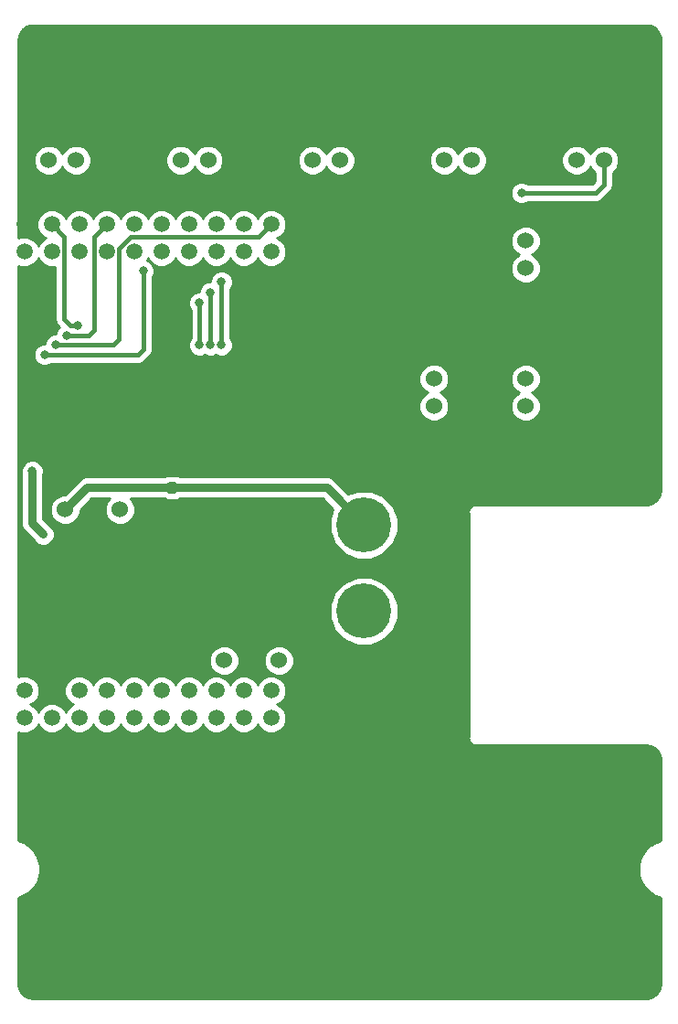
<source format=gbr>
G04 #@! TF.GenerationSoftware,KiCad,Pcbnew,(5.0.0)*
G04 #@! TF.CreationDate,2018-12-16T13:09:34-06:00*
G04 #@! TF.ProjectId,ShimbleBoard_Hardware,5368696D626C65426F6172645F486172,rev?*
G04 #@! TF.SameCoordinates,Original*
G04 #@! TF.FileFunction,Copper,L2,Bot,Signal*
G04 #@! TF.FilePolarity,Positive*
%FSLAX46Y46*%
G04 Gerber Fmt 4.6, Leading zero omitted, Abs format (unit mm)*
G04 Created by KiCad (PCBNEW (5.0.0)) date 12/16/18 13:09:34*
%MOMM*%
%LPD*%
G01*
G04 APERTURE LIST*
G04 #@! TA.AperFunction,ComponentPad*
%ADD10C,1.524000*%
G04 #@! TD*
G04 #@! TA.AperFunction,ComponentPad*
%ADD11C,5.080000*%
G04 #@! TD*
G04 #@! TA.AperFunction,ComponentPad*
%ADD12C,1.520000*%
G04 #@! TD*
G04 #@! TA.AperFunction,Conductor*
%ADD13C,0.100000*%
G04 #@! TD*
G04 #@! TA.AperFunction,SMDPad,CuDef*
%ADD14C,0.950000*%
G04 #@! TD*
G04 #@! TA.AperFunction,ViaPad*
%ADD15C,0.800000*%
G04 #@! TD*
G04 #@! TA.AperFunction,Conductor*
%ADD16C,0.381000*%
G04 #@! TD*
G04 #@! TA.AperFunction,Conductor*
%ADD17C,0.762000*%
G04 #@! TD*
G04 #@! TA.AperFunction,Conductor*
%ADD18C,0.254000*%
G04 #@! TD*
G04 APERTURE END LIST*
D10*
G04 #@! TO.P,Conn6,1*
G04 #@! TO.N,+5VA*
X145415000Y-75073001D03*
G04 #@! TO.P,Conn6,2*
G04 #@! TO.N,Servo_5_Ctrl*
X147955000Y-75073001D03*
G04 #@! TO.P,Conn6,3*
G04 #@! TO.N,GND*
X150495000Y-75073001D03*
G04 #@! TD*
G04 #@! TO.P,Conn2,1*
G04 #@! TO.N,+5VA*
X96510001Y-75073001D03*
G04 #@! TO.P,Conn2,2*
G04 #@! TO.N,Servo_1_Ctrl*
X99050001Y-75073001D03*
G04 #@! TO.P,Conn2,3*
G04 #@! TO.N,GND*
X101590001Y-75073001D03*
G04 #@! TD*
G04 #@! TO.P,Conn3,1*
G04 #@! TO.N,+5VA*
X108736250Y-75073001D03*
G04 #@! TO.P,Conn3,2*
G04 #@! TO.N,Servo_2_Ctrl*
X111276250Y-75073001D03*
G04 #@! TO.P,Conn3,3*
G04 #@! TO.N,GND*
X113816250Y-75073001D03*
G04 #@! TD*
G04 #@! TO.P,Conn4,1*
G04 #@! TO.N,+5VA*
X120962499Y-75073001D03*
G04 #@! TO.P,Conn4,2*
G04 #@! TO.N,Servo_3_Ctrl*
X123502499Y-75073001D03*
G04 #@! TO.P,Conn4,3*
G04 #@! TO.N,GND*
X126042499Y-75073001D03*
G04 #@! TD*
G04 #@! TO.P,Conn5,1*
G04 #@! TO.N,+5VA*
X133188748Y-75073001D03*
G04 #@! TO.P,Conn5,2*
G04 #@! TO.N,Servo_4_Ctrl*
X135728748Y-75073001D03*
G04 #@! TO.P,Conn5,3*
G04 #@! TO.N,GND*
X138268748Y-75073001D03*
G04 #@! TD*
G04 #@! TO.P,Conn7,1*
G04 #@! TO.N,+5VA*
X140705043Y-82550000D03*
G04 #@! TO.P,Conn7,2*
G04 #@! TO.N,Servo_6_Ctrl*
X140705043Y-85090000D03*
G04 #@! TO.P,Conn7,3*
G04 #@! TO.N,GND*
X140705043Y-87630000D03*
G04 #@! TD*
G04 #@! TO.P,Conn8,1*
G04 #@! TO.N,+5VA*
X140705043Y-95334522D03*
G04 #@! TO.P,Conn8,2*
G04 #@! TO.N,Servo_7_Ctrl*
X140705043Y-97874522D03*
G04 #@! TO.P,Conn8,3*
G04 #@! TO.N,GND*
X140705043Y-100414522D03*
G04 #@! TD*
D11*
G04 #@! TO.P,Conn1,1*
G04 #@! TO.N,GND*
X125704600Y-124840000D03*
G04 #@! TO.P,Conn1,2*
G04 #@! TO.N,V+Log*
X125704600Y-116839000D03*
G04 #@! TO.P,Conn1,3*
G04 #@! TO.N,V+Act*
X125704600Y-108840000D03*
G04 #@! TD*
D10*
G04 #@! TO.P,U2,3*
G04 #@! TO.N,+5VA*
X103124000Y-107442000D03*
G04 #@! TO.P,U2,2*
G04 #@! TO.N,GND*
X100584000Y-107442000D03*
G04 #@! TO.P,U2,1*
G04 #@! TO.N,V+Act*
X98044000Y-107442000D03*
G04 #@! TD*
D12*
G04 #@! TO.P,U1,PP5*
G04 #@! TO.N,Net-(U1-PadPP5)*
X99339001Y-81025001D03*
G04 #@! TO.P,U1,PM7*
G04 #@! TO.N,Servo_1_Ctrl*
X96799001Y-81025001D03*
G04 #@! TO.P,U1,GND*
G04 #@! TO.N,GND*
X94259001Y-81025001D03*
G04 #@! TO.P,U1,PK7*
G04 #@! TO.N,Net-(U1-PadPK7)*
X117119001Y-83565001D03*
G04 #@! TO.P,U1,PK6*
G04 #@! TO.N,Net-(U1-PadPK6)*
X114579001Y-83565001D03*
G04 #@! TO.P,U1,PH1*
G04 #@! TO.N,Net-(U1-PadPH1)*
X112039001Y-83565001D03*
G04 #@! TO.P,U1,PH0*
G04 #@! TO.N,Net-(U1-PadPH0)*
X109499001Y-83565001D03*
G04 #@! TO.P,U1,PM2*
G04 #@! TO.N,Net-(U1-PadPM2)*
X106959001Y-83565001D03*
G04 #@! TO.P,U1,PM1*
G04 #@! TO.N,Servo_4_Ctrl*
X104419001Y-83565001D03*
G04 #@! TO.P,U1,PM0*
G04 #@! TO.N,Servo_5_Ctrl*
X101879001Y-83565001D03*
G04 #@! TO.P,U1,PK5*
G04 #@! TO.N,Servo_6_Ctrl*
X99339001Y-83565001D03*
G04 #@! TO.P,U1,PK4*
G04 #@! TO.N,Servo_7_Ctrl*
X96799001Y-83565001D03*
G04 #@! TO.P,U1,PG1*
G04 #@! TO.N,Servo_8_Ctrl*
X94259001Y-83565001D03*
G04 #@! TO.P,U1,PN4*
G04 #@! TO.N,Net-(U1-PadPN4)*
X117119001Y-126745001D03*
G04 #@! TO.P,U1,PP4*
G04 #@! TO.N,Net-(U1-PadPP4)*
X112039001Y-126745001D03*
G04 #@! TO.P,U1,PD5*
G04 #@! TO.N,Net-(U1-PadPD5)*
X106959001Y-126745001D03*
G04 #@! TO.P,U1,PD4*
G04 #@! TO.N,Net-(U1-PadPD4)*
X104419001Y-126745001D03*
G04 #@! TO.P,U1,PP1*
G04 #@! TO.N,Net-(U1-PadPP1)*
X101879001Y-126745001D03*
G04 #@! TO.P,U1,PP0*
G04 #@! TO.N,Net-(U1-PadPP0)*
X99339001Y-126745001D03*
G04 #@! TO.P,U1,PD2*
G04 #@! TO.N,Net-(U1-PadPD2)*
X96799001Y-126745001D03*
G04 #@! TO.P,U1,PA5*
G04 #@! TO.N,Net-(U1-PadPA5)*
X117119001Y-124205001D03*
G04 #@! TO.P,U1,PK3*
G04 #@! TO.N,Net-(U1-PadPK3)*
X112039001Y-124205001D03*
G04 #@! TO.P,U1,PB5*
G04 #@! TO.N,Net-(U1-PadPB5)*
X101879001Y-124205001D03*
G04 #@! TO.P,U1,PB4*
G04 #@! TO.N,Net-(U1-PadPB4)*
X99339001Y-124205001D03*
G04 #@! TO.P,U1,GND*
G04 #@! TO.N,GND*
X96799001Y-124205001D03*
G04 #@! TO.P,U1,+5V*
G04 #@! TO.N,+5VL*
X94259001Y-124205001D03*
G04 #@! TO.P,U1,PK1*
G04 #@! TO.N,Net-(U1-PadPK1)*
X106959001Y-124205001D03*
G04 #@! TO.P,U1,PK2*
G04 #@! TO.N,Net-(U1-PadPK2)*
X109499001Y-124205001D03*
G04 #@! TO.P,U1,PN5*
G04 #@! TO.N,Net-(U1-PadPN5)*
X114579001Y-126745001D03*
G04 #@! TO.P,U1,PA7*
G04 #@! TO.N,Servo_2_Ctrl*
X101879001Y-81025001D03*
G04 #@! TO.P,U1,Rese*
G04 #@! TO.N,Net-(U1-PadRese)*
X104419001Y-81025001D03*
G04 #@! TO.P,U1,PA4*
G04 #@! TO.N,Net-(U1-PadPA4)*
X114579001Y-124205001D03*
G04 #@! TO.P,U1,PQ0*
G04 #@! TO.N,Net-(U1-PadPQ0)*
X109499001Y-126745001D03*
G04 #@! TO.P,U1,PP3*
G04 #@! TO.N,Net-(U1-PadPP3)*
X112039001Y-81025001D03*
G04 #@! TO.P,U1,PQ3*
G04 #@! TO.N,Net-(U1-PadPQ3)*
X109499001Y-81025001D03*
G04 #@! TO.P,U1,PK0*
G04 #@! TO.N,Net-(U1-PadPK0)*
X104419001Y-124205001D03*
G04 #@! TO.P,U1,PQ2*
G04 #@! TO.N,Net-(U1-PadPQ2)*
X106959001Y-81025001D03*
G04 #@! TO.P,U1,PQ1*
G04 #@! TO.N,Net-(U1-PadPQ1)*
X114579001Y-81025001D03*
G04 #@! TO.P,U1,PM6*
G04 #@! TO.N,Servo_3_Ctrl*
X117119001Y-81025001D03*
G04 #@! TO.P,U1,+3V3*
G04 #@! TO.N,Net-(U1-Pad+3V3)*
X94259001Y-126745001D03*
G04 #@! TD*
D13*
G04 #@! TO.N,V+Act*
G04 #@! TO.C,C2*
G36*
X108210779Y-104886144D02*
X108233834Y-104889563D01*
X108256443Y-104895227D01*
X108278387Y-104903079D01*
X108299457Y-104913044D01*
X108319448Y-104925026D01*
X108338168Y-104938910D01*
X108355438Y-104954562D01*
X108371090Y-104971832D01*
X108384974Y-104990552D01*
X108396956Y-105010543D01*
X108406921Y-105031613D01*
X108414773Y-105053557D01*
X108420437Y-105076166D01*
X108423856Y-105099221D01*
X108425000Y-105122500D01*
X108425000Y-105697500D01*
X108423856Y-105720779D01*
X108420437Y-105743834D01*
X108414773Y-105766443D01*
X108406921Y-105788387D01*
X108396956Y-105809457D01*
X108384974Y-105829448D01*
X108371090Y-105848168D01*
X108355438Y-105865438D01*
X108338168Y-105881090D01*
X108319448Y-105894974D01*
X108299457Y-105906956D01*
X108278387Y-105916921D01*
X108256443Y-105924773D01*
X108233834Y-105930437D01*
X108210779Y-105933856D01*
X108187500Y-105935000D01*
X107712500Y-105935000D01*
X107689221Y-105933856D01*
X107666166Y-105930437D01*
X107643557Y-105924773D01*
X107621613Y-105916921D01*
X107600543Y-105906956D01*
X107580552Y-105894974D01*
X107561832Y-105881090D01*
X107544562Y-105865438D01*
X107528910Y-105848168D01*
X107515026Y-105829448D01*
X107503044Y-105809457D01*
X107493079Y-105788387D01*
X107485227Y-105766443D01*
X107479563Y-105743834D01*
X107476144Y-105720779D01*
X107475000Y-105697500D01*
X107475000Y-105122500D01*
X107476144Y-105099221D01*
X107479563Y-105076166D01*
X107485227Y-105053557D01*
X107493079Y-105031613D01*
X107503044Y-105010543D01*
X107515026Y-104990552D01*
X107528910Y-104971832D01*
X107544562Y-104954562D01*
X107561832Y-104938910D01*
X107580552Y-104925026D01*
X107600543Y-104913044D01*
X107621613Y-104903079D01*
X107643557Y-104895227D01*
X107666166Y-104889563D01*
X107689221Y-104886144D01*
X107712500Y-104885000D01*
X108187500Y-104885000D01*
X108210779Y-104886144D01*
X108210779Y-104886144D01*
G37*
D14*
G04 #@! TD*
G04 #@! TO.P,C2,2*
G04 #@! TO.N,V+Act*
X107950000Y-105410000D03*
D13*
G04 #@! TO.N,GND*
G04 #@! TO.C,C2*
G36*
X108210779Y-106636144D02*
X108233834Y-106639563D01*
X108256443Y-106645227D01*
X108278387Y-106653079D01*
X108299457Y-106663044D01*
X108319448Y-106675026D01*
X108338168Y-106688910D01*
X108355438Y-106704562D01*
X108371090Y-106721832D01*
X108384974Y-106740552D01*
X108396956Y-106760543D01*
X108406921Y-106781613D01*
X108414773Y-106803557D01*
X108420437Y-106826166D01*
X108423856Y-106849221D01*
X108425000Y-106872500D01*
X108425000Y-107447500D01*
X108423856Y-107470779D01*
X108420437Y-107493834D01*
X108414773Y-107516443D01*
X108406921Y-107538387D01*
X108396956Y-107559457D01*
X108384974Y-107579448D01*
X108371090Y-107598168D01*
X108355438Y-107615438D01*
X108338168Y-107631090D01*
X108319448Y-107644974D01*
X108299457Y-107656956D01*
X108278387Y-107666921D01*
X108256443Y-107674773D01*
X108233834Y-107680437D01*
X108210779Y-107683856D01*
X108187500Y-107685000D01*
X107712500Y-107685000D01*
X107689221Y-107683856D01*
X107666166Y-107680437D01*
X107643557Y-107674773D01*
X107621613Y-107666921D01*
X107600543Y-107656956D01*
X107580552Y-107644974D01*
X107561832Y-107631090D01*
X107544562Y-107615438D01*
X107528910Y-107598168D01*
X107515026Y-107579448D01*
X107503044Y-107559457D01*
X107493079Y-107538387D01*
X107485227Y-107516443D01*
X107479563Y-107493834D01*
X107476144Y-107470779D01*
X107475000Y-107447500D01*
X107475000Y-106872500D01*
X107476144Y-106849221D01*
X107479563Y-106826166D01*
X107485227Y-106803557D01*
X107493079Y-106781613D01*
X107503044Y-106760543D01*
X107515026Y-106740552D01*
X107528910Y-106721832D01*
X107544562Y-106704562D01*
X107561832Y-106688910D01*
X107580552Y-106675026D01*
X107600543Y-106663044D01*
X107621613Y-106653079D01*
X107643557Y-106645227D01*
X107666166Y-106639563D01*
X107689221Y-106636144D01*
X107712500Y-106635000D01*
X108187500Y-106635000D01*
X108210779Y-106636144D01*
X108210779Y-106636144D01*
G37*
D14*
G04 #@! TD*
G04 #@! TO.P,C2,1*
G04 #@! TO.N,GND*
X107950000Y-107160000D03*
D10*
G04 #@! TO.P,Conn9,3*
G04 #@! TO.N,GND*
X132207000Y-100393500D03*
G04 #@! TO.P,Conn9,2*
G04 #@! TO.N,Servo_8_Ctrl*
X132207000Y-97853500D03*
G04 #@! TO.P,Conn9,1*
G04 #@! TO.N,+5VA*
X132207000Y-95313500D03*
G04 #@! TD*
G04 #@! TO.P,U3,1*
G04 #@! TO.N,V+Log*
X117856000Y-121412000D03*
G04 #@! TO.P,U3,2*
G04 #@! TO.N,GND*
X115316000Y-121412000D03*
G04 #@! TO.P,U3,3*
G04 #@! TO.N,+5VL*
X112776000Y-121412000D03*
G04 #@! TD*
D15*
G04 #@! TO.N,GND*
X107809000Y-94742000D03*
X107809000Y-97663000D03*
X107809000Y-100584000D03*
X109347000Y-103505000D03*
X111125000Y-103505000D03*
X121130000Y-94742000D03*
X121130000Y-97663000D03*
X121130000Y-100584000D03*
X116586000Y-103505000D03*
X118364000Y-103505000D03*
X114808000Y-103505000D03*
X110490000Y-118618000D03*
X108966000Y-121920000D03*
X108966000Y-109982000D03*
X112903000Y-103505000D03*
G04 #@! TO.N,Servo_1_Ctrl*
X99187000Y-90424000D03*
G04 #@! TO.N,Servo_2_Ctrl*
X98171000Y-91313000D03*
G04 #@! TO.N,Servo_3_Ctrl*
X97155000Y-92202000D03*
G04 #@! TO.N,Servo_4_Ctrl*
X105283000Y-85344000D03*
X96139000Y-93091000D03*
G04 #@! TO.N,Servo_5_Ctrl*
X112522000Y-92202000D03*
X112522000Y-86328250D03*
X140335000Y-78105000D03*
G04 #@! TO.N,Servo_6_Ctrl*
X111506000Y-92202000D03*
X111506000Y-87312500D03*
G04 #@! TO.N,Servo_7_Ctrl*
X110490000Y-92202000D03*
X110490000Y-88296750D03*
G04 #@! TO.N,+5VA*
X96012000Y-109728000D03*
X94996000Y-103886000D03*
G04 #@! TD*
D16*
G04 #@! TO.N,Servo_1_Ctrl*
X98552000Y-90424000D02*
X99187000Y-90424000D01*
X97949502Y-89821502D02*
X98552000Y-90424000D01*
X96799001Y-81025001D02*
X97949502Y-82175502D01*
X97949502Y-82175502D02*
X97949502Y-89821502D01*
G04 #@! TO.N,Servo_2_Ctrl*
X101119002Y-81785000D02*
X101879001Y-81025001D01*
X100728500Y-82175502D02*
X101119002Y-81785000D01*
X100728500Y-90787500D02*
X100728500Y-82175502D01*
X98171000Y-91313000D02*
X100203000Y-91313000D01*
X100203000Y-91313000D02*
X100728500Y-90787500D01*
G04 #@! TO.N,Servo_3_Ctrl*
X116359002Y-81785000D02*
X117119001Y-81025001D01*
X102489000Y-92202000D02*
X103029502Y-91661498D01*
X103029502Y-91661498D02*
X103029502Y-83251758D01*
X103029502Y-83251758D02*
X104105758Y-82175502D01*
X104105758Y-82175502D02*
X115968500Y-82175502D01*
X115968500Y-82175502D02*
X116359002Y-81785000D01*
X97155000Y-92202000D02*
X102489000Y-92202000D01*
G04 #@! TO.N,Servo_4_Ctrl*
X105283000Y-92202000D02*
X105283000Y-85344000D01*
X105283000Y-92583000D02*
X105283000Y-92202000D01*
X96139000Y-93091000D02*
X104775000Y-93091000D01*
X104775000Y-93091000D02*
X105283000Y-92583000D01*
G04 #@! TO.N,Servo_5_Ctrl*
X112522000Y-92202000D02*
X112522000Y-86328250D01*
X147955000Y-76150631D02*
X147955000Y-75073001D01*
X147955000Y-77343000D02*
X147955000Y-76150631D01*
X140335000Y-78105000D02*
X147193000Y-78105000D01*
X147193000Y-78105000D02*
X147955000Y-77343000D01*
G04 #@! TO.N,Servo_6_Ctrl*
X111506000Y-92202000D02*
X111506000Y-87312500D01*
G04 #@! TO.N,Servo_7_Ctrl*
X110490000Y-92202000D02*
X110490000Y-88296750D01*
D17*
G04 #@! TO.N,V+Act*
X125704600Y-108840000D02*
X122274600Y-105410000D01*
X100076000Y-105410000D02*
X98044000Y-107442000D01*
X122274600Y-105410000D02*
X100076000Y-105410000D01*
G04 #@! TO.N,+5VA*
X96012000Y-109728000D02*
X94996000Y-108712000D01*
X94996000Y-108712000D02*
X94996000Y-103886000D01*
G04 #@! TD*
D18*
G04 #@! TO.N,GND*
G36*
X152253922Y-62643331D02*
X152586746Y-62794657D01*
X152863720Y-63033313D01*
X153062580Y-63340116D01*
X153174618Y-63714748D01*
X153189000Y-63908274D01*
X153189001Y-105611627D01*
X153129669Y-106025922D01*
X152978343Y-106358746D01*
X152739687Y-106635720D01*
X152432885Y-106834579D01*
X152058252Y-106946618D01*
X151864726Y-106961000D01*
X136216388Y-106961000D01*
X136144000Y-106946601D01*
X136071612Y-106961000D01*
X135857217Y-107003646D01*
X135614095Y-107166095D01*
X135451646Y-107409217D01*
X135394601Y-107696000D01*
X135409000Y-107768388D01*
X135409001Y-128451607D01*
X135394601Y-128524000D01*
X135451646Y-128810783D01*
X135614095Y-129053905D01*
X135857217Y-129216354D01*
X136071612Y-129259000D01*
X136144000Y-129273399D01*
X136216388Y-129259000D01*
X151839634Y-129259000D01*
X152253922Y-129318331D01*
X152586746Y-129469657D01*
X152863720Y-129708313D01*
X153062580Y-130015116D01*
X153174618Y-130389748D01*
X153189001Y-130583288D01*
X153189000Y-138055046D01*
X153121443Y-138075700D01*
X153025685Y-138103702D01*
X153017534Y-138107468D01*
X152496019Y-138352318D01*
X152412606Y-138407110D01*
X152328608Y-138460829D01*
X152321841Y-138466731D01*
X151890009Y-138848113D01*
X151825341Y-138924097D01*
X151759781Y-138999250D01*
X151754947Y-139006810D01*
X151754944Y-139006813D01*
X151754944Y-139006814D01*
X151447511Y-139494067D01*
X151406784Y-139585114D01*
X151364938Y-139675677D01*
X151362417Y-139684296D01*
X151204096Y-140238249D01*
X151190558Y-140337083D01*
X151175814Y-140435737D01*
X151175814Y-140444717D01*
X151179334Y-141020840D01*
X151194076Y-141119483D01*
X151207616Y-141218326D01*
X151210136Y-141226944D01*
X151375212Y-141778922D01*
X151417071Y-141869513D01*
X151457787Y-141960534D01*
X151462624Y-141968099D01*
X151775987Y-142451558D01*
X151841558Y-142526723D01*
X151906214Y-142602694D01*
X151912977Y-142608593D01*
X151912981Y-142608597D01*
X151912986Y-142608600D01*
X152349440Y-142984673D01*
X152433465Y-143038410D01*
X152516851Y-143093184D01*
X152525002Y-143096950D01*
X153049469Y-143335411D01*
X153145237Y-143363416D01*
X153189001Y-143376796D01*
X153189000Y-151331634D01*
X153129669Y-151745922D01*
X152978343Y-152078746D01*
X152739687Y-152355720D01*
X152432885Y-152554579D01*
X152058252Y-152666618D01*
X151864726Y-152681000D01*
X95048366Y-152681000D01*
X94634078Y-152621669D01*
X94301254Y-152470343D01*
X94024280Y-152231687D01*
X93825421Y-151924885D01*
X93713382Y-151550252D01*
X93699000Y-151356726D01*
X93699000Y-143376954D01*
X93766569Y-143356296D01*
X93862314Y-143328298D01*
X93870466Y-143324532D01*
X94391980Y-143079682D01*
X94475357Y-143024914D01*
X94559392Y-142971171D01*
X94566159Y-142965268D01*
X94997991Y-142583887D01*
X95062642Y-142507922D01*
X95128219Y-142432750D01*
X95133053Y-142425190D01*
X95133056Y-142425187D01*
X95133058Y-142425184D01*
X95440489Y-141937933D01*
X95481216Y-141846886D01*
X95523062Y-141756323D01*
X95525583Y-141747704D01*
X95683904Y-141193752D01*
X95697443Y-141094911D01*
X95712186Y-140996263D01*
X95712186Y-140987284D01*
X95708666Y-140411160D01*
X95693924Y-140312523D01*
X95680384Y-140213674D01*
X95677864Y-140205055D01*
X95512788Y-139653078D01*
X95470937Y-139562505D01*
X95430213Y-139471466D01*
X95425376Y-139463901D01*
X95112013Y-138980442D01*
X95046442Y-138905277D01*
X94981786Y-138829306D01*
X94975023Y-138823407D01*
X94975019Y-138823403D01*
X94975014Y-138823400D01*
X94538560Y-138447327D01*
X94454535Y-138393590D01*
X94371149Y-138338816D01*
X94362998Y-138335050D01*
X93838531Y-138096589D01*
X93742774Y-138068587D01*
X93699000Y-138055205D01*
X93699000Y-128022978D01*
X93981518Y-128140001D01*
X94536484Y-128140001D01*
X95049205Y-127927625D01*
X95441625Y-127535205D01*
X95529001Y-127324261D01*
X95616377Y-127535205D01*
X96008797Y-127927625D01*
X96521518Y-128140001D01*
X97076484Y-128140001D01*
X97589205Y-127927625D01*
X97981625Y-127535205D01*
X98069001Y-127324261D01*
X98156377Y-127535205D01*
X98548797Y-127927625D01*
X99061518Y-128140001D01*
X99616484Y-128140001D01*
X100129205Y-127927625D01*
X100521625Y-127535205D01*
X100609001Y-127324261D01*
X100696377Y-127535205D01*
X101088797Y-127927625D01*
X101601518Y-128140001D01*
X102156484Y-128140001D01*
X102669205Y-127927625D01*
X103061625Y-127535205D01*
X103149001Y-127324261D01*
X103236377Y-127535205D01*
X103628797Y-127927625D01*
X104141518Y-128140001D01*
X104696484Y-128140001D01*
X105209205Y-127927625D01*
X105601625Y-127535205D01*
X105689001Y-127324261D01*
X105776377Y-127535205D01*
X106168797Y-127927625D01*
X106681518Y-128140001D01*
X107236484Y-128140001D01*
X107749205Y-127927625D01*
X108141625Y-127535205D01*
X108229001Y-127324261D01*
X108316377Y-127535205D01*
X108708797Y-127927625D01*
X109221518Y-128140001D01*
X109776484Y-128140001D01*
X110289205Y-127927625D01*
X110681625Y-127535205D01*
X110769001Y-127324261D01*
X110856377Y-127535205D01*
X111248797Y-127927625D01*
X111761518Y-128140001D01*
X112316484Y-128140001D01*
X112829205Y-127927625D01*
X113221625Y-127535205D01*
X113309001Y-127324261D01*
X113396377Y-127535205D01*
X113788797Y-127927625D01*
X114301518Y-128140001D01*
X114856484Y-128140001D01*
X115369205Y-127927625D01*
X115761625Y-127535205D01*
X115849001Y-127324261D01*
X115936377Y-127535205D01*
X116328797Y-127927625D01*
X116841518Y-128140001D01*
X117396484Y-128140001D01*
X117909205Y-127927625D01*
X118301625Y-127535205D01*
X118514001Y-127022484D01*
X118514001Y-126467518D01*
X118301625Y-125954797D01*
X117909205Y-125562377D01*
X117698261Y-125475001D01*
X117909205Y-125387625D01*
X118301625Y-124995205D01*
X118514001Y-124482484D01*
X118514001Y-123927518D01*
X118301625Y-123414797D01*
X117909205Y-123022377D01*
X117396484Y-122810001D01*
X116841518Y-122810001D01*
X116328797Y-123022377D01*
X115936377Y-123414797D01*
X115849001Y-123625741D01*
X115761625Y-123414797D01*
X115369205Y-123022377D01*
X114856484Y-122810001D01*
X114301518Y-122810001D01*
X113788797Y-123022377D01*
X113396377Y-123414797D01*
X113309001Y-123625741D01*
X113221625Y-123414797D01*
X112829205Y-123022377D01*
X112316484Y-122810001D01*
X111761518Y-122810001D01*
X111248797Y-123022377D01*
X110856377Y-123414797D01*
X110769001Y-123625741D01*
X110681625Y-123414797D01*
X110289205Y-123022377D01*
X109776484Y-122810001D01*
X109221518Y-122810001D01*
X108708797Y-123022377D01*
X108316377Y-123414797D01*
X108229001Y-123625741D01*
X108141625Y-123414797D01*
X107749205Y-123022377D01*
X107236484Y-122810001D01*
X106681518Y-122810001D01*
X106168797Y-123022377D01*
X105776377Y-123414797D01*
X105689001Y-123625741D01*
X105601625Y-123414797D01*
X105209205Y-123022377D01*
X104696484Y-122810001D01*
X104141518Y-122810001D01*
X103628797Y-123022377D01*
X103236377Y-123414797D01*
X103149001Y-123625741D01*
X103061625Y-123414797D01*
X102669205Y-123022377D01*
X102156484Y-122810001D01*
X101601518Y-122810001D01*
X101088797Y-123022377D01*
X100696377Y-123414797D01*
X100609001Y-123625741D01*
X100521625Y-123414797D01*
X100129205Y-123022377D01*
X99616484Y-122810001D01*
X99061518Y-122810001D01*
X98548797Y-123022377D01*
X98156377Y-123414797D01*
X97944001Y-123927518D01*
X97944001Y-124482484D01*
X98156377Y-124995205D01*
X98548797Y-125387625D01*
X98759741Y-125475001D01*
X98548797Y-125562377D01*
X98156377Y-125954797D01*
X98069001Y-126165741D01*
X97981625Y-125954797D01*
X97589205Y-125562377D01*
X97076484Y-125350001D01*
X96521518Y-125350001D01*
X96008797Y-125562377D01*
X95616377Y-125954797D01*
X95529001Y-126165741D01*
X95441625Y-125954797D01*
X95049205Y-125562377D01*
X94838261Y-125475001D01*
X95049205Y-125387625D01*
X95441625Y-124995205D01*
X95654001Y-124482484D01*
X95654001Y-123927518D01*
X95441625Y-123414797D01*
X95049205Y-123022377D01*
X94536484Y-122810001D01*
X93981518Y-122810001D01*
X93699000Y-122927024D01*
X93699000Y-121134119D01*
X111379000Y-121134119D01*
X111379000Y-121689881D01*
X111591680Y-122203337D01*
X111984663Y-122596320D01*
X112498119Y-122809000D01*
X113053881Y-122809000D01*
X113567337Y-122596320D01*
X113960320Y-122203337D01*
X114173000Y-121689881D01*
X114173000Y-121134119D01*
X116459000Y-121134119D01*
X116459000Y-121689881D01*
X116671680Y-122203337D01*
X117064663Y-122596320D01*
X117578119Y-122809000D01*
X118133881Y-122809000D01*
X118647337Y-122596320D01*
X119040320Y-122203337D01*
X119253000Y-121689881D01*
X119253000Y-121134119D01*
X119040320Y-120620663D01*
X118647337Y-120227680D01*
X118133881Y-120015000D01*
X117578119Y-120015000D01*
X117064663Y-120227680D01*
X116671680Y-120620663D01*
X116459000Y-121134119D01*
X114173000Y-121134119D01*
X113960320Y-120620663D01*
X113567337Y-120227680D01*
X113053881Y-120015000D01*
X112498119Y-120015000D01*
X111984663Y-120227680D01*
X111591680Y-120620663D01*
X111379000Y-121134119D01*
X93699000Y-121134119D01*
X93699000Y-116207453D01*
X122529600Y-116207453D01*
X122529600Y-117470547D01*
X123012965Y-118637493D01*
X123906107Y-119530635D01*
X125073053Y-120014000D01*
X126336147Y-120014000D01*
X127503093Y-119530635D01*
X128396235Y-118637493D01*
X128879600Y-117470547D01*
X128879600Y-116207453D01*
X128396235Y-115040507D01*
X127503093Y-114147365D01*
X126336147Y-113664000D01*
X125073053Y-113664000D01*
X123906107Y-114147365D01*
X123012965Y-115040507D01*
X122529600Y-116207453D01*
X93699000Y-116207453D01*
X93699000Y-108712000D01*
X93960096Y-108712000D01*
X93980000Y-108812063D01*
X93980000Y-108812064D01*
X94038949Y-109108422D01*
X94263505Y-109444495D01*
X94348339Y-109501179D01*
X95115569Y-110268410D01*
X95134569Y-110314280D01*
X95425720Y-110605431D01*
X95611724Y-110682476D01*
X95615576Y-110685050D01*
X95620120Y-110685954D01*
X95806126Y-110763000D01*
X96007455Y-110763000D01*
X96012000Y-110763904D01*
X96016545Y-110763000D01*
X96217874Y-110763000D01*
X96403881Y-110685953D01*
X96408423Y-110685050D01*
X96412273Y-110682477D01*
X96598280Y-110605431D01*
X96740646Y-110463065D01*
X96744494Y-110460494D01*
X96747065Y-110456646D01*
X96889431Y-110314280D01*
X96966477Y-110128273D01*
X96969050Y-110124423D01*
X96969953Y-110119881D01*
X97047000Y-109933874D01*
X97047000Y-109732545D01*
X97047904Y-109728000D01*
X97047000Y-109723455D01*
X97047000Y-109522126D01*
X96969954Y-109336120D01*
X96969050Y-109331576D01*
X96966476Y-109327724D01*
X96889431Y-109141720D01*
X96598280Y-108850569D01*
X96552410Y-108831569D01*
X96012000Y-108291160D01*
X96012000Y-107164119D01*
X96647000Y-107164119D01*
X96647000Y-107719881D01*
X96859680Y-108233337D01*
X97252663Y-108626320D01*
X97766119Y-108839000D01*
X98321881Y-108839000D01*
X98835337Y-108626320D01*
X99228320Y-108233337D01*
X99441000Y-107719881D01*
X99441000Y-107481840D01*
X100496841Y-106426000D01*
X102164343Y-106426000D01*
X101939680Y-106650663D01*
X101727000Y-107164119D01*
X101727000Y-107719881D01*
X101939680Y-108233337D01*
X102332663Y-108626320D01*
X102846119Y-108839000D01*
X103401881Y-108839000D01*
X103915337Y-108626320D01*
X104308320Y-108233337D01*
X104521000Y-107719881D01*
X104521000Y-107164119D01*
X104308320Y-106650663D01*
X104083657Y-106426000D01*
X107240534Y-106426000D01*
X107373848Y-106515078D01*
X107712500Y-106582440D01*
X108187500Y-106582440D01*
X108526152Y-106515078D01*
X108659466Y-106426000D01*
X121853760Y-106426000D01*
X122853719Y-107425960D01*
X122529600Y-108208453D01*
X122529600Y-109471547D01*
X123012965Y-110638493D01*
X123906107Y-111531635D01*
X125073053Y-112015000D01*
X126336147Y-112015000D01*
X127503093Y-111531635D01*
X128396235Y-110638493D01*
X128879600Y-109471547D01*
X128879600Y-108208453D01*
X128396235Y-107041507D01*
X127503093Y-106148365D01*
X126336147Y-105665000D01*
X125073053Y-105665000D01*
X124290560Y-105989119D01*
X123063780Y-104762340D01*
X123007095Y-104677505D01*
X122671023Y-104452949D01*
X122374665Y-104394000D01*
X122374663Y-104394000D01*
X122274600Y-104374096D01*
X122174537Y-104394000D01*
X108659466Y-104394000D01*
X108526152Y-104304922D01*
X108187500Y-104237560D01*
X107712500Y-104237560D01*
X107373848Y-104304922D01*
X107240534Y-104394000D01*
X100176063Y-104394000D01*
X100076000Y-104374096D01*
X99975936Y-104394000D01*
X99975935Y-104394000D01*
X99679577Y-104452949D01*
X99343505Y-104677505D01*
X99286822Y-104762337D01*
X98004160Y-106045000D01*
X97766119Y-106045000D01*
X97252663Y-106257680D01*
X96859680Y-106650663D01*
X96647000Y-107164119D01*
X96012000Y-107164119D01*
X96012000Y-104137744D01*
X96031000Y-104091874D01*
X96031000Y-103680126D01*
X95953955Y-103494123D01*
X95953051Y-103489577D01*
X95950476Y-103485723D01*
X95873431Y-103299720D01*
X95731070Y-103157359D01*
X95728495Y-103153505D01*
X95724641Y-103150930D01*
X95582280Y-103008569D01*
X95396277Y-102931524D01*
X95392423Y-102928949D01*
X95387877Y-102928045D01*
X95201874Y-102851000D01*
X95000545Y-102851000D01*
X94996000Y-102850096D01*
X94991455Y-102851000D01*
X94790126Y-102851000D01*
X94604122Y-102928045D01*
X94599578Y-102928949D01*
X94595725Y-102931523D01*
X94409720Y-103008569D01*
X94267357Y-103150932D01*
X94263506Y-103153505D01*
X94260933Y-103157356D01*
X94118569Y-103299720D01*
X94041523Y-103485727D01*
X94038950Y-103489577D01*
X94038047Y-103494119D01*
X93961000Y-103680126D01*
X93961000Y-104091874D01*
X93980001Y-104137746D01*
X93980000Y-108611936D01*
X93960096Y-108712000D01*
X93699000Y-108712000D01*
X93699000Y-95035619D01*
X130810000Y-95035619D01*
X130810000Y-95591381D01*
X131022680Y-96104837D01*
X131415663Y-96497820D01*
X131622513Y-96583500D01*
X131415663Y-96669180D01*
X131022680Y-97062163D01*
X130810000Y-97575619D01*
X130810000Y-98131381D01*
X131022680Y-98644837D01*
X131415663Y-99037820D01*
X131929119Y-99250500D01*
X132484881Y-99250500D01*
X132998337Y-99037820D01*
X133391320Y-98644837D01*
X133604000Y-98131381D01*
X133604000Y-97575619D01*
X133391320Y-97062163D01*
X132998337Y-96669180D01*
X132791487Y-96583500D01*
X132998337Y-96497820D01*
X133391320Y-96104837D01*
X133604000Y-95591381D01*
X133604000Y-95056641D01*
X139308043Y-95056641D01*
X139308043Y-95612403D01*
X139520723Y-96125859D01*
X139913706Y-96518842D01*
X140120556Y-96604522D01*
X139913706Y-96690202D01*
X139520723Y-97083185D01*
X139308043Y-97596641D01*
X139308043Y-98152403D01*
X139520723Y-98665859D01*
X139913706Y-99058842D01*
X140427162Y-99271522D01*
X140982924Y-99271522D01*
X141496380Y-99058842D01*
X141889363Y-98665859D01*
X142102043Y-98152403D01*
X142102043Y-97596641D01*
X141889363Y-97083185D01*
X141496380Y-96690202D01*
X141289530Y-96604522D01*
X141496380Y-96518842D01*
X141889363Y-96125859D01*
X142102043Y-95612403D01*
X142102043Y-95056641D01*
X141889363Y-94543185D01*
X141496380Y-94150202D01*
X140982924Y-93937522D01*
X140427162Y-93937522D01*
X139913706Y-94150202D01*
X139520723Y-94543185D01*
X139308043Y-95056641D01*
X133604000Y-95056641D01*
X133604000Y-95035619D01*
X133391320Y-94522163D01*
X132998337Y-94129180D01*
X132484881Y-93916500D01*
X131929119Y-93916500D01*
X131415663Y-94129180D01*
X131022680Y-94522163D01*
X130810000Y-95035619D01*
X93699000Y-95035619D01*
X93699000Y-84842978D01*
X93981518Y-84960001D01*
X94536484Y-84960001D01*
X95049205Y-84747625D01*
X95441625Y-84355205D01*
X95529001Y-84144261D01*
X95616377Y-84355205D01*
X96008797Y-84747625D01*
X96521518Y-84960001D01*
X97076484Y-84960001D01*
X97124002Y-84940318D01*
X97124003Y-89740196D01*
X97107830Y-89821502D01*
X97163606Y-90101905D01*
X97171899Y-90143596D01*
X97354351Y-90416654D01*
X97423277Y-90462709D01*
X97490428Y-90529861D01*
X97293569Y-90726720D01*
X97136000Y-91107126D01*
X97136000Y-91167000D01*
X96949126Y-91167000D01*
X96568720Y-91324569D01*
X96277569Y-91615720D01*
X96120000Y-91996126D01*
X96120000Y-92056000D01*
X95933126Y-92056000D01*
X95552720Y-92213569D01*
X95261569Y-92504720D01*
X95104000Y-92885126D01*
X95104000Y-93296874D01*
X95261569Y-93677280D01*
X95552720Y-93968431D01*
X95933126Y-94126000D01*
X96344874Y-94126000D01*
X96725280Y-93968431D01*
X96777211Y-93916500D01*
X104693699Y-93916500D01*
X104775000Y-93932672D01*
X104856301Y-93916500D01*
X104856303Y-93916500D01*
X105097094Y-93868604D01*
X105370152Y-93686152D01*
X105416209Y-93617224D01*
X105809226Y-93224207D01*
X105878152Y-93178152D01*
X106060604Y-92905094D01*
X106108500Y-92664303D01*
X106108500Y-92664299D01*
X106124671Y-92583001D01*
X106108500Y-92501703D01*
X106108500Y-88090876D01*
X109455000Y-88090876D01*
X109455000Y-88502624D01*
X109612569Y-88883030D01*
X109664501Y-88934962D01*
X109664500Y-91563789D01*
X109612569Y-91615720D01*
X109455000Y-91996126D01*
X109455000Y-92407874D01*
X109612569Y-92788280D01*
X109903720Y-93079431D01*
X110284126Y-93237000D01*
X110695874Y-93237000D01*
X110998000Y-93111856D01*
X111300126Y-93237000D01*
X111711874Y-93237000D01*
X112014000Y-93111856D01*
X112316126Y-93237000D01*
X112727874Y-93237000D01*
X113108280Y-93079431D01*
X113399431Y-92788280D01*
X113557000Y-92407874D01*
X113557000Y-91996126D01*
X113399431Y-91615720D01*
X113347500Y-91563789D01*
X113347500Y-86966461D01*
X113399431Y-86914530D01*
X113557000Y-86534124D01*
X113557000Y-86122376D01*
X113399431Y-85741970D01*
X113108280Y-85450819D01*
X112727874Y-85293250D01*
X112316126Y-85293250D01*
X111935720Y-85450819D01*
X111644569Y-85741970D01*
X111487000Y-86122376D01*
X111487000Y-86277500D01*
X111300126Y-86277500D01*
X110919720Y-86435069D01*
X110628569Y-86726220D01*
X110471000Y-87106626D01*
X110471000Y-87261750D01*
X110284126Y-87261750D01*
X109903720Y-87419319D01*
X109612569Y-87710470D01*
X109455000Y-88090876D01*
X106108500Y-88090876D01*
X106108500Y-85982211D01*
X106160431Y-85930280D01*
X106318000Y-85549874D01*
X106318000Y-85138126D01*
X106160431Y-84757720D01*
X105869280Y-84466569D01*
X105601273Y-84355557D01*
X105601625Y-84355205D01*
X105689001Y-84144261D01*
X105776377Y-84355205D01*
X106168797Y-84747625D01*
X106681518Y-84960001D01*
X107236484Y-84960001D01*
X107749205Y-84747625D01*
X108141625Y-84355205D01*
X108229001Y-84144261D01*
X108316377Y-84355205D01*
X108708797Y-84747625D01*
X109221518Y-84960001D01*
X109776484Y-84960001D01*
X110289205Y-84747625D01*
X110681625Y-84355205D01*
X110769001Y-84144261D01*
X110856377Y-84355205D01*
X111248797Y-84747625D01*
X111761518Y-84960001D01*
X112316484Y-84960001D01*
X112829205Y-84747625D01*
X113221625Y-84355205D01*
X113309001Y-84144261D01*
X113396377Y-84355205D01*
X113788797Y-84747625D01*
X114301518Y-84960001D01*
X114856484Y-84960001D01*
X115369205Y-84747625D01*
X115761625Y-84355205D01*
X115849001Y-84144261D01*
X115936377Y-84355205D01*
X116328797Y-84747625D01*
X116841518Y-84960001D01*
X117396484Y-84960001D01*
X117909205Y-84747625D01*
X118301625Y-84355205D01*
X118514001Y-83842484D01*
X118514001Y-83287518D01*
X118301625Y-82774797D01*
X117909205Y-82382377D01*
X117698261Y-82295001D01*
X117753502Y-82272119D01*
X139308043Y-82272119D01*
X139308043Y-82827881D01*
X139520723Y-83341337D01*
X139913706Y-83734320D01*
X140120556Y-83820000D01*
X139913706Y-83905680D01*
X139520723Y-84298663D01*
X139308043Y-84812119D01*
X139308043Y-85367881D01*
X139520723Y-85881337D01*
X139913706Y-86274320D01*
X140427162Y-86487000D01*
X140982924Y-86487000D01*
X141496380Y-86274320D01*
X141889363Y-85881337D01*
X142102043Y-85367881D01*
X142102043Y-84812119D01*
X141889363Y-84298663D01*
X141496380Y-83905680D01*
X141289530Y-83820000D01*
X141496380Y-83734320D01*
X141889363Y-83341337D01*
X142102043Y-82827881D01*
X142102043Y-82272119D01*
X141889363Y-81758663D01*
X141496380Y-81365680D01*
X140982924Y-81153000D01*
X140427162Y-81153000D01*
X139913706Y-81365680D01*
X139520723Y-81758663D01*
X139308043Y-82272119D01*
X117753502Y-82272119D01*
X117909205Y-82207625D01*
X118301625Y-81815205D01*
X118514001Y-81302484D01*
X118514001Y-80747518D01*
X118301625Y-80234797D01*
X117909205Y-79842377D01*
X117396484Y-79630001D01*
X116841518Y-79630001D01*
X116328797Y-79842377D01*
X115936377Y-80234797D01*
X115849001Y-80445741D01*
X115761625Y-80234797D01*
X115369205Y-79842377D01*
X114856484Y-79630001D01*
X114301518Y-79630001D01*
X113788797Y-79842377D01*
X113396377Y-80234797D01*
X113309001Y-80445741D01*
X113221625Y-80234797D01*
X112829205Y-79842377D01*
X112316484Y-79630001D01*
X111761518Y-79630001D01*
X111248797Y-79842377D01*
X110856377Y-80234797D01*
X110769001Y-80445741D01*
X110681625Y-80234797D01*
X110289205Y-79842377D01*
X109776484Y-79630001D01*
X109221518Y-79630001D01*
X108708797Y-79842377D01*
X108316377Y-80234797D01*
X108229001Y-80445741D01*
X108141625Y-80234797D01*
X107749205Y-79842377D01*
X107236484Y-79630001D01*
X106681518Y-79630001D01*
X106168797Y-79842377D01*
X105776377Y-80234797D01*
X105689001Y-80445741D01*
X105601625Y-80234797D01*
X105209205Y-79842377D01*
X104696484Y-79630001D01*
X104141518Y-79630001D01*
X103628797Y-79842377D01*
X103236377Y-80234797D01*
X103149001Y-80445741D01*
X103061625Y-80234797D01*
X102669205Y-79842377D01*
X102156484Y-79630001D01*
X101601518Y-79630001D01*
X101088797Y-79842377D01*
X100696377Y-80234797D01*
X100609001Y-80445741D01*
X100521625Y-80234797D01*
X100129205Y-79842377D01*
X99616484Y-79630001D01*
X99061518Y-79630001D01*
X98548797Y-79842377D01*
X98156377Y-80234797D01*
X98069001Y-80445741D01*
X97981625Y-80234797D01*
X97589205Y-79842377D01*
X97076484Y-79630001D01*
X96521518Y-79630001D01*
X96008797Y-79842377D01*
X95616377Y-80234797D01*
X95404001Y-80747518D01*
X95404001Y-81302484D01*
X95616377Y-81815205D01*
X96008797Y-82207625D01*
X96219741Y-82295001D01*
X96008797Y-82382377D01*
X95616377Y-82774797D01*
X95529001Y-82985741D01*
X95441625Y-82774797D01*
X95049205Y-82382377D01*
X94536484Y-82170001D01*
X93981518Y-82170001D01*
X93699000Y-82287024D01*
X93699000Y-77899126D01*
X139300000Y-77899126D01*
X139300000Y-78310874D01*
X139457569Y-78691280D01*
X139748720Y-78982431D01*
X140129126Y-79140000D01*
X140540874Y-79140000D01*
X140921280Y-78982431D01*
X140973211Y-78930500D01*
X147111699Y-78930500D01*
X147193000Y-78946672D01*
X147274301Y-78930500D01*
X147274303Y-78930500D01*
X147515094Y-78882604D01*
X147788152Y-78700152D01*
X147834209Y-78631223D01*
X148481226Y-77984207D01*
X148550152Y-77938152D01*
X148653884Y-77782906D01*
X148732604Y-77665095D01*
X148796672Y-77343000D01*
X148780500Y-77261697D01*
X148780500Y-76223158D01*
X149139320Y-75864338D01*
X149352000Y-75350882D01*
X149352000Y-74795120D01*
X149139320Y-74281664D01*
X148746337Y-73888681D01*
X148232881Y-73676001D01*
X147677119Y-73676001D01*
X147163663Y-73888681D01*
X146770680Y-74281664D01*
X146685000Y-74488514D01*
X146599320Y-74281664D01*
X146206337Y-73888681D01*
X145692881Y-73676001D01*
X145137119Y-73676001D01*
X144623663Y-73888681D01*
X144230680Y-74281664D01*
X144018000Y-74795120D01*
X144018000Y-75350882D01*
X144230680Y-75864338D01*
X144623663Y-76257321D01*
X145137119Y-76470001D01*
X145692881Y-76470001D01*
X146206337Y-76257321D01*
X146599320Y-75864338D01*
X146685000Y-75657488D01*
X146770680Y-75864338D01*
X147129500Y-76223158D01*
X147129500Y-76231933D01*
X147129501Y-76231937D01*
X147129500Y-77001067D01*
X146851068Y-77279500D01*
X140973211Y-77279500D01*
X140921280Y-77227569D01*
X140540874Y-77070000D01*
X140129126Y-77070000D01*
X139748720Y-77227569D01*
X139457569Y-77518720D01*
X139300000Y-77899126D01*
X93699000Y-77899126D01*
X93699000Y-74795120D01*
X95113001Y-74795120D01*
X95113001Y-75350882D01*
X95325681Y-75864338D01*
X95718664Y-76257321D01*
X96232120Y-76470001D01*
X96787882Y-76470001D01*
X97301338Y-76257321D01*
X97694321Y-75864338D01*
X97780001Y-75657488D01*
X97865681Y-75864338D01*
X98258664Y-76257321D01*
X98772120Y-76470001D01*
X99327882Y-76470001D01*
X99841338Y-76257321D01*
X100234321Y-75864338D01*
X100447001Y-75350882D01*
X100447001Y-74795120D01*
X107339250Y-74795120D01*
X107339250Y-75350882D01*
X107551930Y-75864338D01*
X107944913Y-76257321D01*
X108458369Y-76470001D01*
X109014131Y-76470001D01*
X109527587Y-76257321D01*
X109920570Y-75864338D01*
X110006250Y-75657488D01*
X110091930Y-75864338D01*
X110484913Y-76257321D01*
X110998369Y-76470001D01*
X111554131Y-76470001D01*
X112067587Y-76257321D01*
X112460570Y-75864338D01*
X112673250Y-75350882D01*
X112673250Y-74795120D01*
X119565499Y-74795120D01*
X119565499Y-75350882D01*
X119778179Y-75864338D01*
X120171162Y-76257321D01*
X120684618Y-76470001D01*
X121240380Y-76470001D01*
X121753836Y-76257321D01*
X122146819Y-75864338D01*
X122232499Y-75657488D01*
X122318179Y-75864338D01*
X122711162Y-76257321D01*
X123224618Y-76470001D01*
X123780380Y-76470001D01*
X124293836Y-76257321D01*
X124686819Y-75864338D01*
X124899499Y-75350882D01*
X124899499Y-74795120D01*
X131791748Y-74795120D01*
X131791748Y-75350882D01*
X132004428Y-75864338D01*
X132397411Y-76257321D01*
X132910867Y-76470001D01*
X133466629Y-76470001D01*
X133980085Y-76257321D01*
X134373068Y-75864338D01*
X134458748Y-75657488D01*
X134544428Y-75864338D01*
X134937411Y-76257321D01*
X135450867Y-76470001D01*
X136006629Y-76470001D01*
X136520085Y-76257321D01*
X136913068Y-75864338D01*
X137125748Y-75350882D01*
X137125748Y-74795120D01*
X136913068Y-74281664D01*
X136520085Y-73888681D01*
X136006629Y-73676001D01*
X135450867Y-73676001D01*
X134937411Y-73888681D01*
X134544428Y-74281664D01*
X134458748Y-74488514D01*
X134373068Y-74281664D01*
X133980085Y-73888681D01*
X133466629Y-73676001D01*
X132910867Y-73676001D01*
X132397411Y-73888681D01*
X132004428Y-74281664D01*
X131791748Y-74795120D01*
X124899499Y-74795120D01*
X124686819Y-74281664D01*
X124293836Y-73888681D01*
X123780380Y-73676001D01*
X123224618Y-73676001D01*
X122711162Y-73888681D01*
X122318179Y-74281664D01*
X122232499Y-74488514D01*
X122146819Y-74281664D01*
X121753836Y-73888681D01*
X121240380Y-73676001D01*
X120684618Y-73676001D01*
X120171162Y-73888681D01*
X119778179Y-74281664D01*
X119565499Y-74795120D01*
X112673250Y-74795120D01*
X112460570Y-74281664D01*
X112067587Y-73888681D01*
X111554131Y-73676001D01*
X110998369Y-73676001D01*
X110484913Y-73888681D01*
X110091930Y-74281664D01*
X110006250Y-74488514D01*
X109920570Y-74281664D01*
X109527587Y-73888681D01*
X109014131Y-73676001D01*
X108458369Y-73676001D01*
X107944913Y-73888681D01*
X107551930Y-74281664D01*
X107339250Y-74795120D01*
X100447001Y-74795120D01*
X100234321Y-74281664D01*
X99841338Y-73888681D01*
X99327882Y-73676001D01*
X98772120Y-73676001D01*
X98258664Y-73888681D01*
X97865681Y-74281664D01*
X97780001Y-74488514D01*
X97694321Y-74281664D01*
X97301338Y-73888681D01*
X96787882Y-73676001D01*
X96232120Y-73676001D01*
X95718664Y-73888681D01*
X95325681Y-74281664D01*
X95113001Y-74795120D01*
X93699000Y-74795120D01*
X93699000Y-63933366D01*
X93758331Y-63519078D01*
X93909657Y-63186254D01*
X94148313Y-62909280D01*
X94455116Y-62710420D01*
X94829748Y-62598382D01*
X95023274Y-62584000D01*
X151839634Y-62584000D01*
X152253922Y-62643331D01*
X152253922Y-62643331D01*
G37*
X152253922Y-62643331D02*
X152586746Y-62794657D01*
X152863720Y-63033313D01*
X153062580Y-63340116D01*
X153174618Y-63714748D01*
X153189000Y-63908274D01*
X153189001Y-105611627D01*
X153129669Y-106025922D01*
X152978343Y-106358746D01*
X152739687Y-106635720D01*
X152432885Y-106834579D01*
X152058252Y-106946618D01*
X151864726Y-106961000D01*
X136216388Y-106961000D01*
X136144000Y-106946601D01*
X136071612Y-106961000D01*
X135857217Y-107003646D01*
X135614095Y-107166095D01*
X135451646Y-107409217D01*
X135394601Y-107696000D01*
X135409000Y-107768388D01*
X135409001Y-128451607D01*
X135394601Y-128524000D01*
X135451646Y-128810783D01*
X135614095Y-129053905D01*
X135857217Y-129216354D01*
X136071612Y-129259000D01*
X136144000Y-129273399D01*
X136216388Y-129259000D01*
X151839634Y-129259000D01*
X152253922Y-129318331D01*
X152586746Y-129469657D01*
X152863720Y-129708313D01*
X153062580Y-130015116D01*
X153174618Y-130389748D01*
X153189001Y-130583288D01*
X153189000Y-138055046D01*
X153121443Y-138075700D01*
X153025685Y-138103702D01*
X153017534Y-138107468D01*
X152496019Y-138352318D01*
X152412606Y-138407110D01*
X152328608Y-138460829D01*
X152321841Y-138466731D01*
X151890009Y-138848113D01*
X151825341Y-138924097D01*
X151759781Y-138999250D01*
X151754947Y-139006810D01*
X151754944Y-139006813D01*
X151754944Y-139006814D01*
X151447511Y-139494067D01*
X151406784Y-139585114D01*
X151364938Y-139675677D01*
X151362417Y-139684296D01*
X151204096Y-140238249D01*
X151190558Y-140337083D01*
X151175814Y-140435737D01*
X151175814Y-140444717D01*
X151179334Y-141020840D01*
X151194076Y-141119483D01*
X151207616Y-141218326D01*
X151210136Y-141226944D01*
X151375212Y-141778922D01*
X151417071Y-141869513D01*
X151457787Y-141960534D01*
X151462624Y-141968099D01*
X151775987Y-142451558D01*
X151841558Y-142526723D01*
X151906214Y-142602694D01*
X151912977Y-142608593D01*
X151912981Y-142608597D01*
X151912986Y-142608600D01*
X152349440Y-142984673D01*
X152433465Y-143038410D01*
X152516851Y-143093184D01*
X152525002Y-143096950D01*
X153049469Y-143335411D01*
X153145237Y-143363416D01*
X153189001Y-143376796D01*
X153189000Y-151331634D01*
X153129669Y-151745922D01*
X152978343Y-152078746D01*
X152739687Y-152355720D01*
X152432885Y-152554579D01*
X152058252Y-152666618D01*
X151864726Y-152681000D01*
X95048366Y-152681000D01*
X94634078Y-152621669D01*
X94301254Y-152470343D01*
X94024280Y-152231687D01*
X93825421Y-151924885D01*
X93713382Y-151550252D01*
X93699000Y-151356726D01*
X93699000Y-143376954D01*
X93766569Y-143356296D01*
X93862314Y-143328298D01*
X93870466Y-143324532D01*
X94391980Y-143079682D01*
X94475357Y-143024914D01*
X94559392Y-142971171D01*
X94566159Y-142965268D01*
X94997991Y-142583887D01*
X95062642Y-142507922D01*
X95128219Y-142432750D01*
X95133053Y-142425190D01*
X95133056Y-142425187D01*
X95133058Y-142425184D01*
X95440489Y-141937933D01*
X95481216Y-141846886D01*
X95523062Y-141756323D01*
X95525583Y-141747704D01*
X95683904Y-141193752D01*
X95697443Y-141094911D01*
X95712186Y-140996263D01*
X95712186Y-140987284D01*
X95708666Y-140411160D01*
X95693924Y-140312523D01*
X95680384Y-140213674D01*
X95677864Y-140205055D01*
X95512788Y-139653078D01*
X95470937Y-139562505D01*
X95430213Y-139471466D01*
X95425376Y-139463901D01*
X95112013Y-138980442D01*
X95046442Y-138905277D01*
X94981786Y-138829306D01*
X94975023Y-138823407D01*
X94975019Y-138823403D01*
X94975014Y-138823400D01*
X94538560Y-138447327D01*
X94454535Y-138393590D01*
X94371149Y-138338816D01*
X94362998Y-138335050D01*
X93838531Y-138096589D01*
X93742774Y-138068587D01*
X93699000Y-138055205D01*
X93699000Y-128022978D01*
X93981518Y-128140001D01*
X94536484Y-128140001D01*
X95049205Y-127927625D01*
X95441625Y-127535205D01*
X95529001Y-127324261D01*
X95616377Y-127535205D01*
X96008797Y-127927625D01*
X96521518Y-128140001D01*
X97076484Y-128140001D01*
X97589205Y-127927625D01*
X97981625Y-127535205D01*
X98069001Y-127324261D01*
X98156377Y-127535205D01*
X98548797Y-127927625D01*
X99061518Y-128140001D01*
X99616484Y-128140001D01*
X100129205Y-127927625D01*
X100521625Y-127535205D01*
X100609001Y-127324261D01*
X100696377Y-127535205D01*
X101088797Y-127927625D01*
X101601518Y-128140001D01*
X102156484Y-128140001D01*
X102669205Y-127927625D01*
X103061625Y-127535205D01*
X103149001Y-127324261D01*
X103236377Y-127535205D01*
X103628797Y-127927625D01*
X104141518Y-128140001D01*
X104696484Y-128140001D01*
X105209205Y-127927625D01*
X105601625Y-127535205D01*
X105689001Y-127324261D01*
X105776377Y-127535205D01*
X106168797Y-127927625D01*
X106681518Y-128140001D01*
X107236484Y-128140001D01*
X107749205Y-127927625D01*
X108141625Y-127535205D01*
X108229001Y-127324261D01*
X108316377Y-127535205D01*
X108708797Y-127927625D01*
X109221518Y-128140001D01*
X109776484Y-128140001D01*
X110289205Y-127927625D01*
X110681625Y-127535205D01*
X110769001Y-127324261D01*
X110856377Y-127535205D01*
X111248797Y-127927625D01*
X111761518Y-128140001D01*
X112316484Y-128140001D01*
X112829205Y-127927625D01*
X113221625Y-127535205D01*
X113309001Y-127324261D01*
X113396377Y-127535205D01*
X113788797Y-127927625D01*
X114301518Y-128140001D01*
X114856484Y-128140001D01*
X115369205Y-127927625D01*
X115761625Y-127535205D01*
X115849001Y-127324261D01*
X115936377Y-127535205D01*
X116328797Y-127927625D01*
X116841518Y-128140001D01*
X117396484Y-128140001D01*
X117909205Y-127927625D01*
X118301625Y-127535205D01*
X118514001Y-127022484D01*
X118514001Y-126467518D01*
X118301625Y-125954797D01*
X117909205Y-125562377D01*
X117698261Y-125475001D01*
X117909205Y-125387625D01*
X118301625Y-124995205D01*
X118514001Y-124482484D01*
X118514001Y-123927518D01*
X118301625Y-123414797D01*
X117909205Y-123022377D01*
X117396484Y-122810001D01*
X116841518Y-122810001D01*
X116328797Y-123022377D01*
X115936377Y-123414797D01*
X115849001Y-123625741D01*
X115761625Y-123414797D01*
X115369205Y-123022377D01*
X114856484Y-122810001D01*
X114301518Y-122810001D01*
X113788797Y-123022377D01*
X113396377Y-123414797D01*
X113309001Y-123625741D01*
X113221625Y-123414797D01*
X112829205Y-123022377D01*
X112316484Y-122810001D01*
X111761518Y-122810001D01*
X111248797Y-123022377D01*
X110856377Y-123414797D01*
X110769001Y-123625741D01*
X110681625Y-123414797D01*
X110289205Y-123022377D01*
X109776484Y-122810001D01*
X109221518Y-122810001D01*
X108708797Y-123022377D01*
X108316377Y-123414797D01*
X108229001Y-123625741D01*
X108141625Y-123414797D01*
X107749205Y-123022377D01*
X107236484Y-122810001D01*
X106681518Y-122810001D01*
X106168797Y-123022377D01*
X105776377Y-123414797D01*
X105689001Y-123625741D01*
X105601625Y-123414797D01*
X105209205Y-123022377D01*
X104696484Y-122810001D01*
X104141518Y-122810001D01*
X103628797Y-123022377D01*
X103236377Y-123414797D01*
X103149001Y-123625741D01*
X103061625Y-123414797D01*
X102669205Y-123022377D01*
X102156484Y-122810001D01*
X101601518Y-122810001D01*
X101088797Y-123022377D01*
X100696377Y-123414797D01*
X100609001Y-123625741D01*
X100521625Y-123414797D01*
X100129205Y-123022377D01*
X99616484Y-122810001D01*
X99061518Y-122810001D01*
X98548797Y-123022377D01*
X98156377Y-123414797D01*
X97944001Y-123927518D01*
X97944001Y-124482484D01*
X98156377Y-124995205D01*
X98548797Y-125387625D01*
X98759741Y-125475001D01*
X98548797Y-125562377D01*
X98156377Y-125954797D01*
X98069001Y-126165741D01*
X97981625Y-125954797D01*
X97589205Y-125562377D01*
X97076484Y-125350001D01*
X96521518Y-125350001D01*
X96008797Y-125562377D01*
X95616377Y-125954797D01*
X95529001Y-126165741D01*
X95441625Y-125954797D01*
X95049205Y-125562377D01*
X94838261Y-125475001D01*
X95049205Y-125387625D01*
X95441625Y-124995205D01*
X95654001Y-124482484D01*
X95654001Y-123927518D01*
X95441625Y-123414797D01*
X95049205Y-123022377D01*
X94536484Y-122810001D01*
X93981518Y-122810001D01*
X93699000Y-122927024D01*
X93699000Y-121134119D01*
X111379000Y-121134119D01*
X111379000Y-121689881D01*
X111591680Y-122203337D01*
X111984663Y-122596320D01*
X112498119Y-122809000D01*
X113053881Y-122809000D01*
X113567337Y-122596320D01*
X113960320Y-122203337D01*
X114173000Y-121689881D01*
X114173000Y-121134119D01*
X116459000Y-121134119D01*
X116459000Y-121689881D01*
X116671680Y-122203337D01*
X117064663Y-122596320D01*
X117578119Y-122809000D01*
X118133881Y-122809000D01*
X118647337Y-122596320D01*
X119040320Y-122203337D01*
X119253000Y-121689881D01*
X119253000Y-121134119D01*
X119040320Y-120620663D01*
X118647337Y-120227680D01*
X118133881Y-120015000D01*
X117578119Y-120015000D01*
X117064663Y-120227680D01*
X116671680Y-120620663D01*
X116459000Y-121134119D01*
X114173000Y-121134119D01*
X113960320Y-120620663D01*
X113567337Y-120227680D01*
X113053881Y-120015000D01*
X112498119Y-120015000D01*
X111984663Y-120227680D01*
X111591680Y-120620663D01*
X111379000Y-121134119D01*
X93699000Y-121134119D01*
X93699000Y-116207453D01*
X122529600Y-116207453D01*
X122529600Y-117470547D01*
X123012965Y-118637493D01*
X123906107Y-119530635D01*
X125073053Y-120014000D01*
X126336147Y-120014000D01*
X127503093Y-119530635D01*
X128396235Y-118637493D01*
X128879600Y-117470547D01*
X128879600Y-116207453D01*
X128396235Y-115040507D01*
X127503093Y-114147365D01*
X126336147Y-113664000D01*
X125073053Y-113664000D01*
X123906107Y-114147365D01*
X123012965Y-115040507D01*
X122529600Y-116207453D01*
X93699000Y-116207453D01*
X93699000Y-108712000D01*
X93960096Y-108712000D01*
X93980000Y-108812063D01*
X93980000Y-108812064D01*
X94038949Y-109108422D01*
X94263505Y-109444495D01*
X94348339Y-109501179D01*
X95115569Y-110268410D01*
X95134569Y-110314280D01*
X95425720Y-110605431D01*
X95611724Y-110682476D01*
X95615576Y-110685050D01*
X95620120Y-110685954D01*
X95806126Y-110763000D01*
X96007455Y-110763000D01*
X96012000Y-110763904D01*
X96016545Y-110763000D01*
X96217874Y-110763000D01*
X96403881Y-110685953D01*
X96408423Y-110685050D01*
X96412273Y-110682477D01*
X96598280Y-110605431D01*
X96740646Y-110463065D01*
X96744494Y-110460494D01*
X96747065Y-110456646D01*
X96889431Y-110314280D01*
X96966477Y-110128273D01*
X96969050Y-110124423D01*
X96969953Y-110119881D01*
X97047000Y-109933874D01*
X97047000Y-109732545D01*
X97047904Y-109728000D01*
X97047000Y-109723455D01*
X97047000Y-109522126D01*
X96969954Y-109336120D01*
X96969050Y-109331576D01*
X96966476Y-109327724D01*
X96889431Y-109141720D01*
X96598280Y-108850569D01*
X96552410Y-108831569D01*
X96012000Y-108291160D01*
X96012000Y-107164119D01*
X96647000Y-107164119D01*
X96647000Y-107719881D01*
X96859680Y-108233337D01*
X97252663Y-108626320D01*
X97766119Y-108839000D01*
X98321881Y-108839000D01*
X98835337Y-108626320D01*
X99228320Y-108233337D01*
X99441000Y-107719881D01*
X99441000Y-107481840D01*
X100496841Y-106426000D01*
X102164343Y-106426000D01*
X101939680Y-106650663D01*
X101727000Y-107164119D01*
X101727000Y-107719881D01*
X101939680Y-108233337D01*
X102332663Y-108626320D01*
X102846119Y-108839000D01*
X103401881Y-108839000D01*
X103915337Y-108626320D01*
X104308320Y-108233337D01*
X104521000Y-107719881D01*
X104521000Y-107164119D01*
X104308320Y-106650663D01*
X104083657Y-106426000D01*
X107240534Y-106426000D01*
X107373848Y-106515078D01*
X107712500Y-106582440D01*
X108187500Y-106582440D01*
X108526152Y-106515078D01*
X108659466Y-106426000D01*
X121853760Y-106426000D01*
X122853719Y-107425960D01*
X122529600Y-108208453D01*
X122529600Y-109471547D01*
X123012965Y-110638493D01*
X123906107Y-111531635D01*
X125073053Y-112015000D01*
X126336147Y-112015000D01*
X127503093Y-111531635D01*
X128396235Y-110638493D01*
X128879600Y-109471547D01*
X128879600Y-108208453D01*
X128396235Y-107041507D01*
X127503093Y-106148365D01*
X126336147Y-105665000D01*
X125073053Y-105665000D01*
X124290560Y-105989119D01*
X123063780Y-104762340D01*
X123007095Y-104677505D01*
X122671023Y-104452949D01*
X122374665Y-104394000D01*
X122374663Y-104394000D01*
X122274600Y-104374096D01*
X122174537Y-104394000D01*
X108659466Y-104394000D01*
X108526152Y-104304922D01*
X108187500Y-104237560D01*
X107712500Y-104237560D01*
X107373848Y-104304922D01*
X107240534Y-104394000D01*
X100176063Y-104394000D01*
X100076000Y-104374096D01*
X99975936Y-104394000D01*
X99975935Y-104394000D01*
X99679577Y-104452949D01*
X99343505Y-104677505D01*
X99286822Y-104762337D01*
X98004160Y-106045000D01*
X97766119Y-106045000D01*
X97252663Y-106257680D01*
X96859680Y-106650663D01*
X96647000Y-107164119D01*
X96012000Y-107164119D01*
X96012000Y-104137744D01*
X96031000Y-104091874D01*
X96031000Y-103680126D01*
X95953955Y-103494123D01*
X95953051Y-103489577D01*
X95950476Y-103485723D01*
X95873431Y-103299720D01*
X95731070Y-103157359D01*
X95728495Y-103153505D01*
X95724641Y-103150930D01*
X95582280Y-103008569D01*
X95396277Y-102931524D01*
X95392423Y-102928949D01*
X95387877Y-102928045D01*
X95201874Y-102851000D01*
X95000545Y-102851000D01*
X94996000Y-102850096D01*
X94991455Y-102851000D01*
X94790126Y-102851000D01*
X94604122Y-102928045D01*
X94599578Y-102928949D01*
X94595725Y-102931523D01*
X94409720Y-103008569D01*
X94267357Y-103150932D01*
X94263506Y-103153505D01*
X94260933Y-103157356D01*
X94118569Y-103299720D01*
X94041523Y-103485727D01*
X94038950Y-103489577D01*
X94038047Y-103494119D01*
X93961000Y-103680126D01*
X93961000Y-104091874D01*
X93980001Y-104137746D01*
X93980000Y-108611936D01*
X93960096Y-108712000D01*
X93699000Y-108712000D01*
X93699000Y-95035619D01*
X130810000Y-95035619D01*
X130810000Y-95591381D01*
X131022680Y-96104837D01*
X131415663Y-96497820D01*
X131622513Y-96583500D01*
X131415663Y-96669180D01*
X131022680Y-97062163D01*
X130810000Y-97575619D01*
X130810000Y-98131381D01*
X131022680Y-98644837D01*
X131415663Y-99037820D01*
X131929119Y-99250500D01*
X132484881Y-99250500D01*
X132998337Y-99037820D01*
X133391320Y-98644837D01*
X133604000Y-98131381D01*
X133604000Y-97575619D01*
X133391320Y-97062163D01*
X132998337Y-96669180D01*
X132791487Y-96583500D01*
X132998337Y-96497820D01*
X133391320Y-96104837D01*
X133604000Y-95591381D01*
X133604000Y-95056641D01*
X139308043Y-95056641D01*
X139308043Y-95612403D01*
X139520723Y-96125859D01*
X139913706Y-96518842D01*
X140120556Y-96604522D01*
X139913706Y-96690202D01*
X139520723Y-97083185D01*
X139308043Y-97596641D01*
X139308043Y-98152403D01*
X139520723Y-98665859D01*
X139913706Y-99058842D01*
X140427162Y-99271522D01*
X140982924Y-99271522D01*
X141496380Y-99058842D01*
X141889363Y-98665859D01*
X142102043Y-98152403D01*
X142102043Y-97596641D01*
X141889363Y-97083185D01*
X141496380Y-96690202D01*
X141289530Y-96604522D01*
X141496380Y-96518842D01*
X141889363Y-96125859D01*
X142102043Y-95612403D01*
X142102043Y-95056641D01*
X141889363Y-94543185D01*
X141496380Y-94150202D01*
X140982924Y-93937522D01*
X140427162Y-93937522D01*
X139913706Y-94150202D01*
X139520723Y-94543185D01*
X139308043Y-95056641D01*
X133604000Y-95056641D01*
X133604000Y-95035619D01*
X133391320Y-94522163D01*
X132998337Y-94129180D01*
X132484881Y-93916500D01*
X131929119Y-93916500D01*
X131415663Y-94129180D01*
X131022680Y-94522163D01*
X130810000Y-95035619D01*
X93699000Y-95035619D01*
X93699000Y-84842978D01*
X93981518Y-84960001D01*
X94536484Y-84960001D01*
X95049205Y-84747625D01*
X95441625Y-84355205D01*
X95529001Y-84144261D01*
X95616377Y-84355205D01*
X96008797Y-84747625D01*
X96521518Y-84960001D01*
X97076484Y-84960001D01*
X97124002Y-84940318D01*
X97124003Y-89740196D01*
X97107830Y-89821502D01*
X97163606Y-90101905D01*
X97171899Y-90143596D01*
X97354351Y-90416654D01*
X97423277Y-90462709D01*
X97490428Y-90529861D01*
X97293569Y-90726720D01*
X97136000Y-91107126D01*
X97136000Y-91167000D01*
X96949126Y-91167000D01*
X96568720Y-91324569D01*
X96277569Y-91615720D01*
X96120000Y-91996126D01*
X96120000Y-92056000D01*
X95933126Y-92056000D01*
X95552720Y-92213569D01*
X95261569Y-92504720D01*
X95104000Y-92885126D01*
X95104000Y-93296874D01*
X95261569Y-93677280D01*
X95552720Y-93968431D01*
X95933126Y-94126000D01*
X96344874Y-94126000D01*
X96725280Y-93968431D01*
X96777211Y-93916500D01*
X104693699Y-93916500D01*
X104775000Y-93932672D01*
X104856301Y-93916500D01*
X104856303Y-93916500D01*
X105097094Y-93868604D01*
X105370152Y-93686152D01*
X105416209Y-93617224D01*
X105809226Y-93224207D01*
X105878152Y-93178152D01*
X106060604Y-92905094D01*
X106108500Y-92664303D01*
X106108500Y-92664299D01*
X106124671Y-92583001D01*
X106108500Y-92501703D01*
X106108500Y-88090876D01*
X109455000Y-88090876D01*
X109455000Y-88502624D01*
X109612569Y-88883030D01*
X109664501Y-88934962D01*
X109664500Y-91563789D01*
X109612569Y-91615720D01*
X109455000Y-91996126D01*
X109455000Y-92407874D01*
X109612569Y-92788280D01*
X109903720Y-93079431D01*
X110284126Y-93237000D01*
X110695874Y-93237000D01*
X110998000Y-93111856D01*
X111300126Y-93237000D01*
X111711874Y-93237000D01*
X112014000Y-93111856D01*
X112316126Y-93237000D01*
X112727874Y-93237000D01*
X113108280Y-93079431D01*
X113399431Y-92788280D01*
X113557000Y-92407874D01*
X113557000Y-91996126D01*
X113399431Y-91615720D01*
X113347500Y-91563789D01*
X113347500Y-86966461D01*
X113399431Y-86914530D01*
X113557000Y-86534124D01*
X113557000Y-86122376D01*
X113399431Y-85741970D01*
X113108280Y-85450819D01*
X112727874Y-85293250D01*
X112316126Y-85293250D01*
X111935720Y-85450819D01*
X111644569Y-85741970D01*
X111487000Y-86122376D01*
X111487000Y-86277500D01*
X111300126Y-86277500D01*
X110919720Y-86435069D01*
X110628569Y-86726220D01*
X110471000Y-87106626D01*
X110471000Y-87261750D01*
X110284126Y-87261750D01*
X109903720Y-87419319D01*
X109612569Y-87710470D01*
X109455000Y-88090876D01*
X106108500Y-88090876D01*
X106108500Y-85982211D01*
X106160431Y-85930280D01*
X106318000Y-85549874D01*
X106318000Y-85138126D01*
X106160431Y-84757720D01*
X105869280Y-84466569D01*
X105601273Y-84355557D01*
X105601625Y-84355205D01*
X105689001Y-84144261D01*
X105776377Y-84355205D01*
X106168797Y-84747625D01*
X106681518Y-84960001D01*
X107236484Y-84960001D01*
X107749205Y-84747625D01*
X108141625Y-84355205D01*
X108229001Y-84144261D01*
X108316377Y-84355205D01*
X108708797Y-84747625D01*
X109221518Y-84960001D01*
X109776484Y-84960001D01*
X110289205Y-84747625D01*
X110681625Y-84355205D01*
X110769001Y-84144261D01*
X110856377Y-84355205D01*
X111248797Y-84747625D01*
X111761518Y-84960001D01*
X112316484Y-84960001D01*
X112829205Y-84747625D01*
X113221625Y-84355205D01*
X113309001Y-84144261D01*
X113396377Y-84355205D01*
X113788797Y-84747625D01*
X114301518Y-84960001D01*
X114856484Y-84960001D01*
X115369205Y-84747625D01*
X115761625Y-84355205D01*
X115849001Y-84144261D01*
X115936377Y-84355205D01*
X116328797Y-84747625D01*
X116841518Y-84960001D01*
X117396484Y-84960001D01*
X117909205Y-84747625D01*
X118301625Y-84355205D01*
X118514001Y-83842484D01*
X118514001Y-83287518D01*
X118301625Y-82774797D01*
X117909205Y-82382377D01*
X117698261Y-82295001D01*
X117753502Y-82272119D01*
X139308043Y-82272119D01*
X139308043Y-82827881D01*
X139520723Y-83341337D01*
X139913706Y-83734320D01*
X140120556Y-83820000D01*
X139913706Y-83905680D01*
X139520723Y-84298663D01*
X139308043Y-84812119D01*
X139308043Y-85367881D01*
X139520723Y-85881337D01*
X139913706Y-86274320D01*
X140427162Y-86487000D01*
X140982924Y-86487000D01*
X141496380Y-86274320D01*
X141889363Y-85881337D01*
X142102043Y-85367881D01*
X142102043Y-84812119D01*
X141889363Y-84298663D01*
X141496380Y-83905680D01*
X141289530Y-83820000D01*
X141496380Y-83734320D01*
X141889363Y-83341337D01*
X142102043Y-82827881D01*
X142102043Y-82272119D01*
X141889363Y-81758663D01*
X141496380Y-81365680D01*
X140982924Y-81153000D01*
X140427162Y-81153000D01*
X139913706Y-81365680D01*
X139520723Y-81758663D01*
X139308043Y-82272119D01*
X117753502Y-82272119D01*
X117909205Y-82207625D01*
X118301625Y-81815205D01*
X118514001Y-81302484D01*
X118514001Y-80747518D01*
X118301625Y-80234797D01*
X117909205Y-79842377D01*
X117396484Y-79630001D01*
X116841518Y-79630001D01*
X116328797Y-79842377D01*
X115936377Y-80234797D01*
X115849001Y-80445741D01*
X115761625Y-80234797D01*
X115369205Y-79842377D01*
X114856484Y-79630001D01*
X114301518Y-79630001D01*
X113788797Y-79842377D01*
X113396377Y-80234797D01*
X113309001Y-80445741D01*
X113221625Y-80234797D01*
X112829205Y-79842377D01*
X112316484Y-79630001D01*
X111761518Y-79630001D01*
X111248797Y-79842377D01*
X110856377Y-80234797D01*
X110769001Y-80445741D01*
X110681625Y-80234797D01*
X110289205Y-79842377D01*
X109776484Y-79630001D01*
X109221518Y-79630001D01*
X108708797Y-79842377D01*
X108316377Y-80234797D01*
X108229001Y-80445741D01*
X108141625Y-80234797D01*
X107749205Y-79842377D01*
X107236484Y-79630001D01*
X106681518Y-79630001D01*
X106168797Y-79842377D01*
X105776377Y-80234797D01*
X105689001Y-80445741D01*
X105601625Y-80234797D01*
X105209205Y-79842377D01*
X104696484Y-79630001D01*
X104141518Y-79630001D01*
X103628797Y-79842377D01*
X103236377Y-80234797D01*
X103149001Y-80445741D01*
X103061625Y-80234797D01*
X102669205Y-79842377D01*
X102156484Y-79630001D01*
X101601518Y-79630001D01*
X101088797Y-79842377D01*
X100696377Y-80234797D01*
X100609001Y-80445741D01*
X100521625Y-80234797D01*
X100129205Y-79842377D01*
X99616484Y-79630001D01*
X99061518Y-79630001D01*
X98548797Y-79842377D01*
X98156377Y-80234797D01*
X98069001Y-80445741D01*
X97981625Y-80234797D01*
X97589205Y-79842377D01*
X97076484Y-79630001D01*
X96521518Y-79630001D01*
X96008797Y-79842377D01*
X95616377Y-80234797D01*
X95404001Y-80747518D01*
X95404001Y-81302484D01*
X95616377Y-81815205D01*
X96008797Y-82207625D01*
X96219741Y-82295001D01*
X96008797Y-82382377D01*
X95616377Y-82774797D01*
X95529001Y-82985741D01*
X95441625Y-82774797D01*
X95049205Y-82382377D01*
X94536484Y-82170001D01*
X93981518Y-82170001D01*
X93699000Y-82287024D01*
X93699000Y-77899126D01*
X139300000Y-77899126D01*
X139300000Y-78310874D01*
X139457569Y-78691280D01*
X139748720Y-78982431D01*
X140129126Y-79140000D01*
X140540874Y-79140000D01*
X140921280Y-78982431D01*
X140973211Y-78930500D01*
X147111699Y-78930500D01*
X147193000Y-78946672D01*
X147274301Y-78930500D01*
X147274303Y-78930500D01*
X147515094Y-78882604D01*
X147788152Y-78700152D01*
X147834209Y-78631223D01*
X148481226Y-77984207D01*
X148550152Y-77938152D01*
X148653884Y-77782906D01*
X148732604Y-77665095D01*
X148796672Y-77343000D01*
X148780500Y-77261697D01*
X148780500Y-76223158D01*
X149139320Y-75864338D01*
X149352000Y-75350882D01*
X149352000Y-74795120D01*
X149139320Y-74281664D01*
X148746337Y-73888681D01*
X148232881Y-73676001D01*
X147677119Y-73676001D01*
X147163663Y-73888681D01*
X146770680Y-74281664D01*
X146685000Y-74488514D01*
X146599320Y-74281664D01*
X146206337Y-73888681D01*
X145692881Y-73676001D01*
X145137119Y-73676001D01*
X144623663Y-73888681D01*
X144230680Y-74281664D01*
X144018000Y-74795120D01*
X144018000Y-75350882D01*
X144230680Y-75864338D01*
X144623663Y-76257321D01*
X145137119Y-76470001D01*
X145692881Y-76470001D01*
X146206337Y-76257321D01*
X146599320Y-75864338D01*
X146685000Y-75657488D01*
X146770680Y-75864338D01*
X147129500Y-76223158D01*
X147129500Y-76231933D01*
X147129501Y-76231937D01*
X147129500Y-77001067D01*
X146851068Y-77279500D01*
X140973211Y-77279500D01*
X140921280Y-77227569D01*
X140540874Y-77070000D01*
X140129126Y-77070000D01*
X139748720Y-77227569D01*
X139457569Y-77518720D01*
X139300000Y-77899126D01*
X93699000Y-77899126D01*
X93699000Y-74795120D01*
X95113001Y-74795120D01*
X95113001Y-75350882D01*
X95325681Y-75864338D01*
X95718664Y-76257321D01*
X96232120Y-76470001D01*
X96787882Y-76470001D01*
X97301338Y-76257321D01*
X97694321Y-75864338D01*
X97780001Y-75657488D01*
X97865681Y-75864338D01*
X98258664Y-76257321D01*
X98772120Y-76470001D01*
X99327882Y-76470001D01*
X99841338Y-76257321D01*
X100234321Y-75864338D01*
X100447001Y-75350882D01*
X100447001Y-74795120D01*
X107339250Y-74795120D01*
X107339250Y-75350882D01*
X107551930Y-75864338D01*
X107944913Y-76257321D01*
X108458369Y-76470001D01*
X109014131Y-76470001D01*
X109527587Y-76257321D01*
X109920570Y-75864338D01*
X110006250Y-75657488D01*
X110091930Y-75864338D01*
X110484913Y-76257321D01*
X110998369Y-76470001D01*
X111554131Y-76470001D01*
X112067587Y-76257321D01*
X112460570Y-75864338D01*
X112673250Y-75350882D01*
X112673250Y-74795120D01*
X119565499Y-74795120D01*
X119565499Y-75350882D01*
X119778179Y-75864338D01*
X120171162Y-76257321D01*
X120684618Y-76470001D01*
X121240380Y-76470001D01*
X121753836Y-76257321D01*
X122146819Y-75864338D01*
X122232499Y-75657488D01*
X122318179Y-75864338D01*
X122711162Y-76257321D01*
X123224618Y-76470001D01*
X123780380Y-76470001D01*
X124293836Y-76257321D01*
X124686819Y-75864338D01*
X124899499Y-75350882D01*
X124899499Y-74795120D01*
X131791748Y-74795120D01*
X131791748Y-75350882D01*
X132004428Y-75864338D01*
X132397411Y-76257321D01*
X132910867Y-76470001D01*
X133466629Y-76470001D01*
X133980085Y-76257321D01*
X134373068Y-75864338D01*
X134458748Y-75657488D01*
X134544428Y-75864338D01*
X134937411Y-76257321D01*
X135450867Y-76470001D01*
X136006629Y-76470001D01*
X136520085Y-76257321D01*
X136913068Y-75864338D01*
X137125748Y-75350882D01*
X137125748Y-74795120D01*
X136913068Y-74281664D01*
X136520085Y-73888681D01*
X136006629Y-73676001D01*
X135450867Y-73676001D01*
X134937411Y-73888681D01*
X134544428Y-74281664D01*
X134458748Y-74488514D01*
X134373068Y-74281664D01*
X133980085Y-73888681D01*
X133466629Y-73676001D01*
X132910867Y-73676001D01*
X132397411Y-73888681D01*
X132004428Y-74281664D01*
X131791748Y-74795120D01*
X124899499Y-74795120D01*
X124686819Y-74281664D01*
X124293836Y-73888681D01*
X123780380Y-73676001D01*
X123224618Y-73676001D01*
X122711162Y-73888681D01*
X122318179Y-74281664D01*
X122232499Y-74488514D01*
X122146819Y-74281664D01*
X121753836Y-73888681D01*
X121240380Y-73676001D01*
X120684618Y-73676001D01*
X120171162Y-73888681D01*
X119778179Y-74281664D01*
X119565499Y-74795120D01*
X112673250Y-74795120D01*
X112460570Y-74281664D01*
X112067587Y-73888681D01*
X111554131Y-73676001D01*
X110998369Y-73676001D01*
X110484913Y-73888681D01*
X110091930Y-74281664D01*
X110006250Y-74488514D01*
X109920570Y-74281664D01*
X109527587Y-73888681D01*
X109014131Y-73676001D01*
X108458369Y-73676001D01*
X107944913Y-73888681D01*
X107551930Y-74281664D01*
X107339250Y-74795120D01*
X100447001Y-74795120D01*
X100234321Y-74281664D01*
X99841338Y-73888681D01*
X99327882Y-73676001D01*
X98772120Y-73676001D01*
X98258664Y-73888681D01*
X97865681Y-74281664D01*
X97780001Y-74488514D01*
X97694321Y-74281664D01*
X97301338Y-73888681D01*
X96787882Y-73676001D01*
X96232120Y-73676001D01*
X95718664Y-73888681D01*
X95325681Y-74281664D01*
X95113001Y-74795120D01*
X93699000Y-74795120D01*
X93699000Y-63933366D01*
X93758331Y-63519078D01*
X93909657Y-63186254D01*
X94148313Y-62909280D01*
X94455116Y-62710420D01*
X94829748Y-62598382D01*
X95023274Y-62584000D01*
X151839634Y-62584000D01*
X152253922Y-62643331D01*
G04 #@! TD*
M02*

</source>
